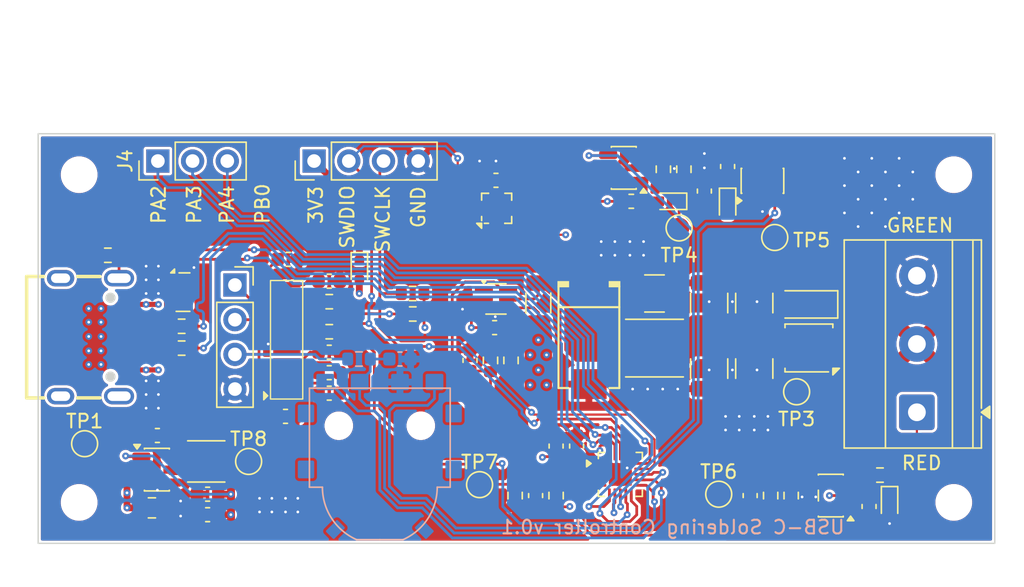
<source format=kicad_pcb>
(kicad_pcb
	(version 20241229)
	(generator "pcbnew")
	(generator_version "9.0")
	(general
		(thickness 1.6)
		(legacy_teardrops no)
	)
	(paper "A4")
	(layers
		(0 "F.Cu" signal)
		(4 "In1.Cu" signal)
		(6 "In2.Cu" signal)
		(2 "B.Cu" signal)
		(9 "F.Adhes" user "F.Adhesive")
		(11 "B.Adhes" user "B.Adhesive")
		(13 "F.Paste" user)
		(15 "B.Paste" user)
		(5 "F.SilkS" user "F.Silkscreen")
		(7 "B.SilkS" user "B.Silkscreen")
		(1 "F.Mask" user)
		(3 "B.Mask" user)
		(17 "Dwgs.User" user "User.Drawings")
		(19 "Cmts.User" user "User.Comments")
		(21 "Eco1.User" user "User.Eco1")
		(23 "Eco2.User" user "User.Eco2")
		(25 "Edge.Cuts" user)
		(27 "Margin" user)
		(31 "F.CrtYd" user "F.Courtyard")
		(29 "B.CrtYd" user "B.Courtyard")
		(35 "F.Fab" user)
		(33 "B.Fab" user)
		(39 "User.1" user)
		(41 "User.2" user)
		(43 "User.3" user)
		(45 "User.4" user)
	)
	(setup
		(stackup
			(layer "F.SilkS"
				(type "Top Silk Screen")
				(color "Black")
			)
			(layer "F.Paste"
				(type "Top Solder Paste")
			)
			(layer "F.Mask"
				(type "Top Solder Mask")
				(color "White")
				(thickness 0.01)
			)
			(layer "F.Cu"
				(type "copper")
				(thickness 0.035)
			)
			(layer "dielectric 1"
				(type "prepreg")
				(thickness 0.1)
				(material "FR4")
				(epsilon_r 4.5)
				(loss_tangent 0.02)
			)
			(layer "In1.Cu"
				(type "copper")
				(thickness 0.035)
			)
			(layer "dielectric 2"
				(type "core")
				(thickness 1.24)
				(material "FR4")
				(epsilon_r 4.5)
				(loss_tangent 0.02)
			)
			(layer "In2.Cu"
				(type "copper")
				(thickness 0.035)
			)
			(layer "dielectric 3"
				(type "prepreg")
				(thickness 0.1)
				(material "FR4")
				(epsilon_r 4.5)
				(loss_tangent 0.02)
			)
			(layer "B.Cu"
				(type "copper")
				(thickness 0.035)
			)
			(layer "B.Mask"
				(type "Bottom Solder Mask")
				(thickness 0.01)
			)
			(layer "B.Paste"
				(type "Bottom Solder Paste")
			)
			(layer "B.SilkS"
				(type "Bottom Silk Screen")
			)
			(copper_finish "None")
			(dielectric_constraints no)
		)
		(pad_to_mask_clearance 0)
		(allow_soldermask_bridges_in_footprints no)
		(tenting front back)
		(grid_origin 100.5 158.2)
		(pcbplotparams
			(layerselection 0x00000000_00000000_55555555_5755f5ff)
			(plot_on_all_layers_selection 0x00000000_00000000_00000000_00000000)
			(disableapertmacros no)
			(usegerberextensions no)
			(usegerberattributes yes)
			(usegerberadvancedattributes yes)
			(creategerberjobfile yes)
			(dashed_line_dash_ratio 12.000000)
			(dashed_line_gap_ratio 3.000000)
			(svgprecision 4)
			(plotframeref no)
			(mode 1)
			(useauxorigin no)
			(hpglpennumber 1)
			(hpglpenspeed 20)
			(hpglpendiameter 15.000000)
			(pdf_front_fp_property_popups yes)
			(pdf_back_fp_property_popups yes)
			(pdf_metadata yes)
			(pdf_single_document no)
			(dxfpolygonmode yes)
			(dxfimperialunits yes)
			(dxfusepcbnewfont yes)
			(psnegative no)
			(psa4output no)
			(plot_black_and_white yes)
			(sketchpadsonfab no)
			(plotpadnumbers no)
			(hidednponfab no)
			(sketchdnponfab yes)
			(crossoutdnponfab yes)
			(subtractmaskfromsilk no)
			(outputformat 1)
			(mirror no)
			(drillshape 1)
			(scaleselection 1)
			(outputdirectory "")
		)
	)
	(net 0 "")
	(net 1 "+3.3V")
	(net 2 "GND")
	(net 3 "VBUS")
	(net 4 "/BTN")
	(net 5 "/ENC_B")
	(net 6 "/TC_FB")
	(net 7 "/D+")
	(net 8 "/SCL")
	(net 9 "/DISP_NRST")
	(net 10 "/SDA")
	(net 11 "/ENC_A")
	(net 12 "/BLUE")
	(net 13 "/D-")
	(net 14 "/HEATER_ON")
	(net 15 "/CC2")
	(net 16 "/CC1")
	(net 17 "Net-(U10-IN-)")
	(net 18 "Net-(U5-SW)")
	(net 19 "Net-(U5-BST)")
	(net 20 "Net-(U6--)")
	(net 21 "/VBUS_FB")
	(net 22 "Net-(J3-Pin_13)")
	(net 23 "Net-(J3-Pin_2)")
	(net 24 "Net-(J3-Pin_1)")
	(net 25 "Net-(J1-SHIELD)")
	(net 26 "Net-(J3-Pin_4)")
	(net 27 "Net-(J3-Pin_3)")
	(net 28 "/RED")
	(net 29 "Net-(J3-Pin_14)")
	(net 30 "/JDP")
	(net 31 "/JDN")
	(net 32 "unconnected-(U3-NC-Pad6)")
	(net 33 "unconnected-(U3-NC-Pad10)")
	(net 34 "unconnected-(U3-NC-Pad7)")
	(net 35 "unconnected-(U3-NC-Pad9)")
	(net 36 "Net-(D4-K)")
	(net 37 "Net-(D1-K)")
	(net 38 "/VDRIVE")
	(net 39 "/NTC")
	(net 40 "Net-(D2-K)")
	(net 41 "Net-(D3-A)")
	(net 42 "unconnected-(J3-Pin_6-Pad6)")
	(net 43 "Net-(J3-Pin_9)")
	(net 44 "Net-(J3-Pin_12)")
	(net 45 "Net-(Q1-G)")
	(net 46 "Net-(U8-FB)")
	(net 47 "unconnected-(U1-INT1-Pad5)")
	(net 48 "unconnected-(U1-NC-Pad11)")
	(net 49 "unconnected-(U1-INT2-Pad6)")
	(net 50 "/PB0")
	(net 51 "/VDRIVE_ON")
	(net 52 "/PA4")
	(net 53 "/VTIP")
	(net 54 "unconnected-(U4-Pad0)_2")
	(net 55 "unconnected-(U8-NC-Pad6)")
	(net 56 "/PB12")
	(net 57 "/CURR_FB")
	(net 58 "unconnected-(U4-Pad0)")
	(net 59 "unconnected-(U4-Pad0)_1")
	(net 60 "unconnected-(U4-Pad0)_3")
	(net 61 "unconnected-(U4-Pad0)_4")
	(net 62 "unconnected-(U4-Pad0)_5")
	(net 63 "unconnected-(U10-REF-Pad1)")
	(footprint "Capacitor_SMD:C_0603_1608Metric" (layer "F.Cu") (at 133.9 142.4))
	(footprint "Connector_PinHeader_2.54mm:PinHeader_1x03_P2.54mm_Vertical" (layer "F.Cu") (at 109.26 130.2 90))
	(footprint "Capacitor_SMD:C_1210_3225Metric" (layer "F.Cu") (at 152.9 145.4 -90))
	(footprint "Capacitor_SMD:C_0603_1608Metric" (layer "F.Cu") (at 139.9 151.075 90))
	(footprint "TestPoint:TestPoint_Pad_D1.5mm" (layer "F.Cu") (at 132.8 153.9))
	(footprint "Capacitor_SMD:C_0603_1608Metric" (layer "F.Cu") (at 112.9 154.6 180))
	(footprint "Inductor_SMD:L_0603_1608Metric" (layer "F.Cu") (at 143.9 133.15))
	(footprint "Package_SON:USON-10_2.5x1.0mm_P0.5mm" (layer "F.Cu") (at 111.1 139.8))
	(footprint "Capacitor_SMD:C_0603_1608Metric" (layer "F.Cu") (at 149.25 132.4 90))
	(footprint "Package_SON:VSON-8_3.3x3.3mm_P0.65mm_NexFET" (layer "F.Cu") (at 156.9 143.9 180))
	(footprint "Diode_SMD:D_SOD-523" (layer "F.Cu") (at 162.8 155.3 -90))
	(footprint "Resistor_SMD:R_0603_1608Metric" (layer "F.Cu") (at 155.6 154.7 -90))
	(footprint "Resistor_SMD:R_0603_1608Metric" (layer "F.Cu") (at 127.9125 141.4 180))
	(footprint "Capacitor_SMD:C_1210_3225Metric" (layer "F.Cu") (at 145.6 139.9))
	(footprint "Resistor_SMD:R_0603_1608Metric" (layer "F.Cu") (at 111 143.9))
	(footprint "Resistor_SMD:R_0603_1608Metric" (layer "F.Cu") (at 133.6 144.8 90))
	(footprint "Capacitor_SMD:C_0603_1608Metric" (layer "F.Cu") (at 118.8 137.4))
	(footprint "Capacitor_SMD:C_0603_1608Metric" (layer "F.Cu") (at 121.8 144.2))
	(footprint "Inductor_SMD:L_Changjiang_FTC252012S" (layer "F.Cu") (at 112.8 152.2))
	(footprint "TestPoint:TestPoint_Pad_D1.5mm" (layer "F.Cu") (at 147.4 135.1 90))
	(footprint "Package_TO_SOT_SMD:SOT-23-5" (layer "F.Cu") (at 158.5 154.7 180))
	(footprint "Resistor_SMD:R_0603_1608Metric" (layer "F.Cu") (at 146.25 130.8 90))
	(footprint "Capacitor_SMD:C_0603_1608Metric" (layer "F.Cu") (at 150.95 130.6 90))
	(footprint "Custom:USB-C-SMD_U263-163N-4GS1735" (layer "F.Cu") (at 104.61675 143.1 -90))
	(footprint "Diode_SMD:D_SOD-523" (layer "F.Cu") (at 124.00444 138.158659 -90))
	(footprint "TestPoint:TestPoint_Pad_D1.5mm" (layer "F.Cu") (at 156 147.1 180))
	(footprint "Capacitor_SMD:C_0603_1608Metric" (layer "F.Cu") (at 118.6 148.9))
	(footprint "Package_TO_SOT_SMD:SOT-23-6" (layer "F.Cu") (at 153.5 131.65 90))
	(footprint "MountingHole:MountingHole_2.2mm_M2_DIN965" (layer "F.Cu") (at 103.5 131.2))
	(footprint "Capacitor_SMD:C_0603_1608Metric" (layer "F.Cu") (at 132.1 144.8 90))
	(footprint "Diode_SMD:D_SOD-123F" (layer "F.Cu") (at 156.8 140.7 180))
	(footprint "MountingHole:MountingHole_2.2mm_M2_DIN965" (layer "F.Cu") (at 167.5 155.2))
	(footprint "Capacitor_SMD:C_0603_1608Metric" (layer "F.Cu") (at 121.8 145.7 180))
	(footprint "Resistor_SMD:R_0603_1608Metric" (layer "F.Cu") (at 162.1 153.2 180))
	(footprint "TestPoint:TestPoint_Pad_D1.5mm" (layer "F.Cu") (at 115.9 152.2))
	(footprint "TestPoint:TestPoint_Pad_D1.5mm" (layer "F.Cu") (at 103.9 150.9))
	(footprint "Capacitor_SMD:C_0603_1608Metric" (layer "F.Cu") (at 112.9 156.1 180))
	(footprint "Package_TO_SOT_SMD:SOT-363_SC-70-6" (layer "F.Cu") (at 134 140.3))
	(footprint "Diode_SMD:D_SOD-523" (layer "F.Cu") (at 146.7 133.15 180))
	(footprint "Capacitor_SMD:C_1210_3225Metric" (layer "F.Cu") (at 152.9 140.6 90))
	(footprint "MountingHole:MountingHole_2.2mm_M2_DIN965" (layer "F.Cu") (at 103.5 155.2))
	(footprint "Custom:FPC_14" (layer "F.Cu") (at 118.7 143.29 90))
	(footprint "Package_DFN_QFN:QFN-20-1EP_3x3mm_P0.4mm_EP1.65x1.65mm" (layer "F.Cu") (at 143.1 153.15))
	(footprint "TestPoint:TestPoint_Pad_D1.5mm" (layer "F.Cu") (at 150.3 154.6))
	(footprint "Package_LGA:LGA-12_2x2mm_P0.5mm" (layer "F.Cu") (at 134.05 133.6625 90))
	(footprint "Resistor_SMD:R_0603_1608Metric" (layer "F.Cu") (at 127.9 139.9 180))
	(footprint "Capacitor_SMD:C_0603_1608Metric" (layer "F.Cu") (at 121.8 139))
	(footprint "Connector_PinHeader_2.54mm:PinHeader_1x04_P2.54mm_Vertical"
		(layer "F.Cu")
		(uuid "97e08cc2-3a03-4481-966a-47e2c700f232")
		(at 120.69 130.2 90)
		(descr "Through hole straight pin header, 1x04, 2.54mm pitch, single row")
		(tags "Through hole pin header THT 1x04 2.54mm single row")
		(property "Reference" "J2"
			(at 0 -2.38 90)
			(layer "F.SilkS")
			(hide yes)
			(uuid "d298bfd7-e5d3-4a83-80b7-abc3a5df5756")
			(effects
				(font
					(size 1 1)
					(thickness 0.15)
				)
			)
		)
		(property "Value" "DBG"
			(at 0 10 90)
			(layer "F.Fab")
			(uuid "e573f6bf-72ff-4a38-b855-4c82e13849fe")
			(effects
				(font
					(size 1 1)
					(thickness 0.15)
				)
			)
		)
		(property "Datasheet" "~"
			(at 0 0 90)
			(layer "F.Fab")
			(hide yes)
			(uuid "b3b7b9fc-7ac8-4cf4-a1f7-552909f32824")
			(effects
				(font
					(size 1.27 1.27)
					(thickness 0.15)
				)
			)
		)
		(property "Description" "Generic connector, single row, 01x04, script generated"
			(at 0 0 90)
			(layer "F.Fab")
			(hide yes)
			(uuid "725f861c-980f-47ca-9c16-8ef99fb23c02")
			(effects
				(font
					(size 1.27 1.27)
					(thickness 0.15)
				)
			)
		)
		(property ki_fp_filters "Connector*:*_1x??_*")
		(path "/e2c31f10-75c2-4b08-abb1-5b05c1123794")
		(sheetname "/")
		(sheetfile "usbc_soldering_iron.kicad_sch")
		(attr through_hole)
		(fp_line
			(start -1.38 -1.38)
			(end 0 -1.38)
			(stroke
				(width 0.12)
				(type solid)
			)
			(layer "F.SilkS")
			(uuid "cae10f22-f1f0-40d7-bceb-0e371cf51e83")
		)
		(fp_line
			(start -1.38 0)
			(end -1.38 -1.38)
			(stroke
				(width 0.12)
				(type solid)
			)
			(layer "F.SilkS")
			(uuid "ae55bdc5-fe17-4aa3-b150-75b2f82c27c5")
		)
		(fp_line
			(start 1.38 1.27)
			(end 1.38 9)
			(stroke
				(width 0.12)
				(type solid)
			)
			(layer "F.SilkS")
			(uuid "e980badf-d8da-4c3e-b95c-1e59cbe3985e")
		)
		(fp_line
			(start -1.38 1.27)
			(end 1.38 1.27)
			(stroke
				(width 0.12)
				(type solid)
			)
			(layer "F.SilkS")
			(uuid "e3a9c7ea-c7cb-452c-8a82-012ecb19cb94")
		)
		(fp_line
			(start -1.38 1.27)
			(end -1.38 9)
			(stroke
				(width 0.12)
				(type solid)
			)
			(layer "F.SilkS")
			(uuid "263d7782-598a-443a-8b94-16b12f22f3ad")
		)
		(fp_line
			(start -1.38 9)
			(end 1.38 9)
			(stroke
				(width 0.12)
				(type solid)
			)
			(layer "F.SilkS")
			(uuid "28dadd31-b37a-43b7-b77e-37f8aae42384")
		)
		(fp_rect
			(start -1.77 -1.77)
			(end 1.77 9.39)
			(stroke
				(width 0.05)
				(type solid)
			)
			(fill no)
			(layer "F.CrtYd")
			(uuid "5b8342cb-1528-4958-a158-f4153b27e849")
		)
		(fp_line
		
... [856544 chars truncated]
</source>
